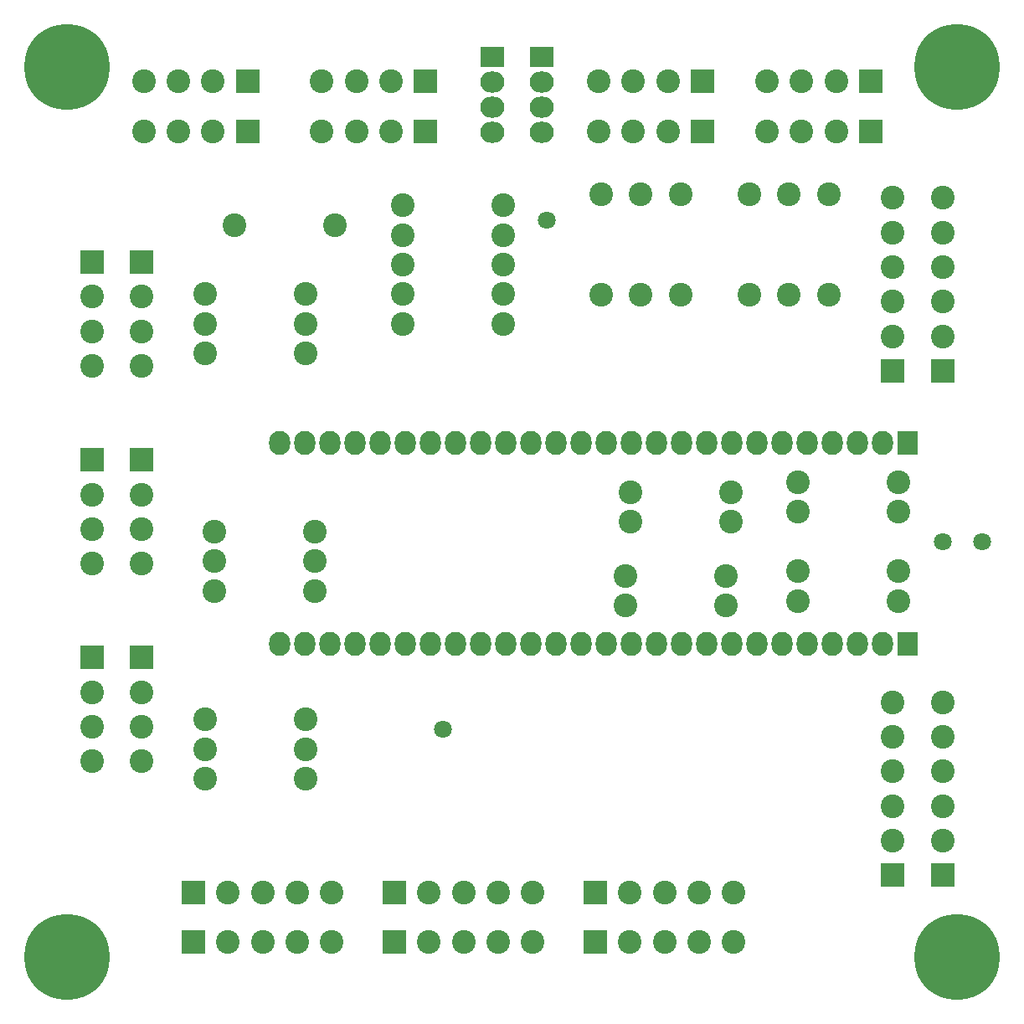
<source format=gbs>
G04 #@! TF.FileFunction,Soldermask,Bot*
%FSLAX46Y46*%
G04 Gerber Fmt 4.6, Leading zero omitted, Abs format (unit mm)*
G04 Created by KiCad (PCBNEW 4.0.2+dfsg1-2~bpo8+1-stable) date Wed 06 Apr 2016 09:14:05 AM EDT*
%MOMM*%
G01*
G04 APERTURE LIST*
%ADD10C,0.100000*%
%ADD11R,2.127200X2.432000*%
%ADD12O,2.127200X2.432000*%
%ADD13C,8.655000*%
%ADD14C,2.398980*%
%ADD15R,2.400000X2.400000*%
%ADD16C,2.400000*%
%ADD17R,2.432000X2.127200*%
%ADD18O,2.432000X2.127200*%
%ADD19C,1.797000*%
G04 APERTURE END LIST*
D10*
D11*
X130000000Y-93000000D03*
D12*
X127460000Y-93000000D03*
X124920000Y-93000000D03*
X122380000Y-93000000D03*
X119840000Y-93000000D03*
X117300000Y-93000000D03*
X114760000Y-93000000D03*
X112220000Y-93000000D03*
X109680000Y-93000000D03*
X107140000Y-93000000D03*
X104600000Y-93000000D03*
X102060000Y-93000000D03*
X99520000Y-93000000D03*
X96980000Y-93000000D03*
X94440000Y-93000000D03*
X91900000Y-93000000D03*
X89360000Y-93000000D03*
X86820000Y-93000000D03*
X84280000Y-93000000D03*
X81740000Y-93000000D03*
X79200000Y-93000000D03*
X76660000Y-93000000D03*
X74120000Y-93000000D03*
X71580000Y-93000000D03*
X69040000Y-93000000D03*
X66500000Y-93000000D03*
D11*
X130000000Y-113320000D03*
D12*
X127460000Y-113320000D03*
X124920000Y-113320000D03*
X122380000Y-113320000D03*
X119840000Y-113320000D03*
X117300000Y-113320000D03*
X114760000Y-113320000D03*
X112220000Y-113320000D03*
X109680000Y-113320000D03*
X107140000Y-113320000D03*
X104600000Y-113320000D03*
X102060000Y-113320000D03*
X99520000Y-113320000D03*
X96980000Y-113320000D03*
X94440000Y-113320000D03*
X91900000Y-113320000D03*
X89360000Y-113320000D03*
X86820000Y-113320000D03*
X84280000Y-113320000D03*
X81740000Y-113320000D03*
X79200000Y-113320000D03*
X76660000Y-113320000D03*
X74120000Y-113320000D03*
X71580000Y-113320000D03*
X69040000Y-113320000D03*
X66500000Y-113320000D03*
D13*
X45000000Y-145000000D03*
X135000000Y-145000000D03*
X45000000Y-55000000D03*
X135000000Y-55000000D03*
D14*
X118920000Y-109000000D03*
X129080000Y-109000000D03*
X118920000Y-106000000D03*
X129080000Y-106000000D03*
X101420000Y-109500000D03*
X111580000Y-109500000D03*
X101420000Y-106500000D03*
X111580000Y-106500000D03*
X101920000Y-101000000D03*
X112080000Y-101000000D03*
X101920000Y-98000000D03*
X112080000Y-98000000D03*
X118920000Y-100000000D03*
X129080000Y-100000000D03*
X118920000Y-97000000D03*
X129080000Y-97000000D03*
X69080000Y-121000000D03*
X58920000Y-121000000D03*
X70080000Y-102000000D03*
X59920000Y-102000000D03*
X69080000Y-78000000D03*
X58920000Y-78000000D03*
X89080000Y-78000000D03*
X78920000Y-78000000D03*
X69080000Y-124000000D03*
X58920000Y-124000000D03*
X70080000Y-105000000D03*
X59920000Y-105000000D03*
X69080000Y-81000000D03*
X58920000Y-81000000D03*
X89080000Y-81000000D03*
X78920000Y-81000000D03*
X69080000Y-127000000D03*
X58920000Y-127000000D03*
X70080000Y-108000000D03*
X59920000Y-108000000D03*
X69080000Y-84000000D03*
X58920000Y-84000000D03*
X72080000Y-71000000D03*
X61920000Y-71000000D03*
X89080000Y-69000000D03*
X78920000Y-69000000D03*
X122000000Y-78080000D03*
X122000000Y-67920000D03*
X107000000Y-78080000D03*
X107000000Y-67920000D03*
X89080000Y-72000000D03*
X78920000Y-72000000D03*
X118000000Y-78080000D03*
X118000000Y-67920000D03*
X103000000Y-78080000D03*
X103000000Y-67920000D03*
X89080000Y-75000000D03*
X78920000Y-75000000D03*
X114000000Y-78080000D03*
X114000000Y-67920000D03*
X99000000Y-78080000D03*
X99000000Y-67920000D03*
D15*
X98410000Y-143470000D03*
X98410000Y-138470000D03*
D16*
X101910000Y-143470000D03*
X101910000Y-138470000D03*
X105410000Y-143470000D03*
X105410000Y-138470000D03*
X108910000Y-143470000D03*
X108910000Y-138470000D03*
X112410000Y-143470000D03*
X112410000Y-138470000D03*
D15*
X47500000Y-114750000D03*
X52500000Y-114750000D03*
D16*
X47500000Y-118250000D03*
X52500000Y-118250000D03*
X47500000Y-121750000D03*
X52500000Y-121750000D03*
X47500000Y-125250000D03*
X52500000Y-125250000D03*
D15*
X47500000Y-94750000D03*
X52500000Y-94750000D03*
D16*
X47500000Y-98250000D03*
X52500000Y-98250000D03*
X47500000Y-101750000D03*
X52500000Y-101750000D03*
X47500000Y-105250000D03*
X52500000Y-105250000D03*
D15*
X47500000Y-74750000D03*
X52500000Y-74750000D03*
D16*
X47500000Y-78250000D03*
X52500000Y-78250000D03*
X47500000Y-81750000D03*
X52500000Y-81750000D03*
X47500000Y-85250000D03*
X52500000Y-85250000D03*
D15*
X63250000Y-56500000D03*
X63250000Y-61500000D03*
D16*
X59750000Y-56500000D03*
X59750000Y-61500000D03*
X56250000Y-56500000D03*
X56250000Y-61500000D03*
X52750000Y-56500000D03*
X52750000Y-61500000D03*
D15*
X81250000Y-56500000D03*
X81250000Y-61500000D03*
D16*
X77750000Y-56500000D03*
X77750000Y-61500000D03*
X74250000Y-56500000D03*
X74250000Y-61500000D03*
X70750000Y-56500000D03*
X70750000Y-61500000D03*
D15*
X109250000Y-56500000D03*
X109250000Y-61500000D03*
D16*
X105750000Y-56500000D03*
X105750000Y-61500000D03*
X102250000Y-56500000D03*
X102250000Y-61500000D03*
X98750000Y-56500000D03*
X98750000Y-61500000D03*
D15*
X126250000Y-56500000D03*
X126250000Y-61500000D03*
D16*
X122750000Y-56500000D03*
X122750000Y-61500000D03*
X119250000Y-56500000D03*
X119250000Y-61500000D03*
X115750000Y-56500000D03*
X115750000Y-61500000D03*
D15*
X57770000Y-143470000D03*
X57770000Y-138470000D03*
D16*
X61270000Y-143470000D03*
X61270000Y-138470000D03*
X64770000Y-143470000D03*
X64770000Y-138470000D03*
X68270000Y-143470000D03*
X68270000Y-138470000D03*
X71770000Y-143470000D03*
X71770000Y-138470000D03*
D15*
X78090000Y-143470000D03*
X78090000Y-138470000D03*
D16*
X81590000Y-143470000D03*
X81590000Y-138470000D03*
X85090000Y-143470000D03*
X85090000Y-138470000D03*
X88590000Y-143470000D03*
X88590000Y-138470000D03*
X92090000Y-143470000D03*
X92090000Y-138470000D03*
D15*
X133500000Y-136750000D03*
X128500000Y-136750000D03*
D16*
X133500000Y-133250000D03*
X128500000Y-133250000D03*
X133500000Y-129750000D03*
X128500000Y-129750000D03*
X133500000Y-126250000D03*
X128500000Y-126250000D03*
X133500000Y-122750000D03*
X128500000Y-122750000D03*
X133500000Y-119250000D03*
X128500000Y-119250000D03*
D15*
X133500000Y-85750000D03*
X128500000Y-85750000D03*
D16*
X133500000Y-82250000D03*
X128500000Y-82250000D03*
X133500000Y-78750000D03*
X128500000Y-78750000D03*
X133500000Y-75250000D03*
X128500000Y-75250000D03*
X133500000Y-71750000D03*
X128500000Y-71750000D03*
X133500000Y-68250000D03*
X128500000Y-68250000D03*
D17*
X88000000Y-54000000D03*
D18*
X88000000Y-56540000D03*
X88000000Y-59080000D03*
X88000000Y-61620000D03*
D17*
X93000000Y-54000000D03*
D18*
X93000000Y-56540000D03*
X93000000Y-59080000D03*
X93000000Y-61620000D03*
D19*
X137500000Y-103000000D03*
X133500000Y-103000000D03*
X83000000Y-122000000D03*
X93500000Y-70500000D03*
M02*

</source>
